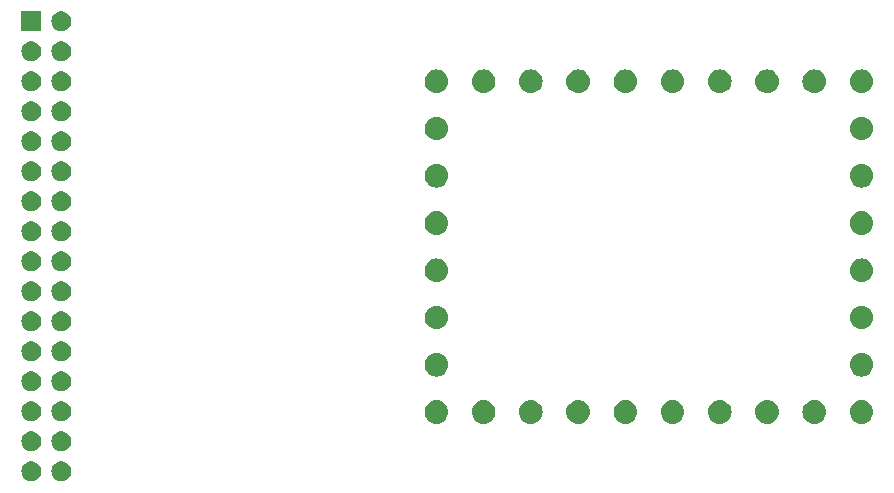
<source format=gbr>
%TF.GenerationSoftware,KiCad,Pcbnew,7.0.6*%
%TF.CreationDate,2023-08-02T14:23:40+01:00*%
%TF.ProjectId,Outline3,4f75746c-696e-4653-932e-6b696361645f,rev?*%
%TF.SameCoordinates,Original*%
%TF.FileFunction,Soldermask,Top*%
%TF.FilePolarity,Negative*%
%FSLAX46Y46*%
G04 Gerber Fmt 4.6, Leading zero omitted, Abs format (unit mm)*
G04 Created by KiCad (PCBNEW 7.0.6) date 2023-08-02 14:23:40*
%MOMM*%
%LPD*%
G01*
G04 APERTURE LIST*
G04 APERTURE END LIST*
G36*
X162187664Y-56216602D02*
G01*
X162350000Y-56288878D01*
X162493761Y-56393327D01*
X162612664Y-56525383D01*
X162701514Y-56679274D01*
X162756425Y-56848275D01*
X162775000Y-57025000D01*
X162756425Y-57201725D01*
X162701514Y-57370726D01*
X162612664Y-57524617D01*
X162493761Y-57656673D01*
X162350000Y-57761122D01*
X162187664Y-57833398D01*
X162013849Y-57870344D01*
X161836151Y-57870344D01*
X161662336Y-57833398D01*
X161500000Y-57761122D01*
X161356239Y-57656673D01*
X161237336Y-57524617D01*
X161148486Y-57370726D01*
X161093575Y-57201725D01*
X161075000Y-57025000D01*
X161093575Y-56848275D01*
X161148486Y-56679274D01*
X161237336Y-56525383D01*
X161356239Y-56393327D01*
X161500000Y-56288878D01*
X161662336Y-56216602D01*
X161836151Y-56179656D01*
X162013849Y-56179656D01*
X162187664Y-56216602D01*
G37*
G36*
X164727664Y-56216602D02*
G01*
X164890000Y-56288878D01*
X165033761Y-56393327D01*
X165152664Y-56525383D01*
X165241514Y-56679274D01*
X165296425Y-56848275D01*
X165315000Y-57025000D01*
X165296425Y-57201725D01*
X165241514Y-57370726D01*
X165152664Y-57524617D01*
X165033761Y-57656673D01*
X164890000Y-57761122D01*
X164727664Y-57833398D01*
X164553849Y-57870344D01*
X164376151Y-57870344D01*
X164202336Y-57833398D01*
X164040000Y-57761122D01*
X163896239Y-57656673D01*
X163777336Y-57524617D01*
X163688486Y-57370726D01*
X163633575Y-57201725D01*
X163615000Y-57025000D01*
X163633575Y-56848275D01*
X163688486Y-56679274D01*
X163777336Y-56525383D01*
X163896239Y-56393327D01*
X164040000Y-56288878D01*
X164202336Y-56216602D01*
X164376151Y-56179656D01*
X164553849Y-56179656D01*
X164727664Y-56216602D01*
G37*
G36*
X162187664Y-53676602D02*
G01*
X162350000Y-53748878D01*
X162493761Y-53853327D01*
X162612664Y-53985383D01*
X162701514Y-54139274D01*
X162756425Y-54308275D01*
X162775000Y-54485000D01*
X162756425Y-54661725D01*
X162701514Y-54830726D01*
X162612664Y-54984617D01*
X162493761Y-55116673D01*
X162350000Y-55221122D01*
X162187664Y-55293398D01*
X162013849Y-55330344D01*
X161836151Y-55330344D01*
X161662336Y-55293398D01*
X161500000Y-55221122D01*
X161356239Y-55116673D01*
X161237336Y-54984617D01*
X161148486Y-54830726D01*
X161093575Y-54661725D01*
X161075000Y-54485000D01*
X161093575Y-54308275D01*
X161148486Y-54139274D01*
X161237336Y-53985383D01*
X161356239Y-53853327D01*
X161500000Y-53748878D01*
X161662336Y-53676602D01*
X161836151Y-53639656D01*
X162013849Y-53639656D01*
X162187664Y-53676602D01*
G37*
G36*
X164727664Y-53676602D02*
G01*
X164890000Y-53748878D01*
X165033761Y-53853327D01*
X165152664Y-53985383D01*
X165241514Y-54139274D01*
X165296425Y-54308275D01*
X165315000Y-54485000D01*
X165296425Y-54661725D01*
X165241514Y-54830726D01*
X165152664Y-54984617D01*
X165033761Y-55116673D01*
X164890000Y-55221122D01*
X164727664Y-55293398D01*
X164553849Y-55330344D01*
X164376151Y-55330344D01*
X164202336Y-55293398D01*
X164040000Y-55221122D01*
X163896239Y-55116673D01*
X163777336Y-54984617D01*
X163688486Y-54830726D01*
X163633575Y-54661725D01*
X163615000Y-54485000D01*
X163633575Y-54308275D01*
X163688486Y-54139274D01*
X163777336Y-53985383D01*
X163896239Y-53853327D01*
X164040000Y-53748878D01*
X164202336Y-53676602D01*
X164376151Y-53639656D01*
X164553849Y-53639656D01*
X164727664Y-53676602D01*
G37*
G36*
X196410090Y-51024215D02*
G01*
X196597683Y-51081120D01*
X196770570Y-51173530D01*
X196922107Y-51297893D01*
X197046470Y-51449430D01*
X197138880Y-51622317D01*
X197195785Y-51809910D01*
X197215000Y-52005000D01*
X197195785Y-52200090D01*
X197138880Y-52387683D01*
X197046470Y-52560570D01*
X196922107Y-52712107D01*
X196770570Y-52836470D01*
X196597683Y-52928880D01*
X196410090Y-52985785D01*
X196215000Y-53005000D01*
X196019910Y-52985785D01*
X195832317Y-52928880D01*
X195659430Y-52836470D01*
X195507893Y-52712107D01*
X195383530Y-52560570D01*
X195291120Y-52387683D01*
X195234215Y-52200090D01*
X195215000Y-52005000D01*
X195234215Y-51809910D01*
X195291120Y-51622317D01*
X195383530Y-51449430D01*
X195507893Y-51297893D01*
X195659430Y-51173530D01*
X195832317Y-51081120D01*
X196019910Y-51024215D01*
X196215000Y-51005000D01*
X196410090Y-51024215D01*
G37*
G36*
X200410090Y-51024215D02*
G01*
X200597683Y-51081120D01*
X200770570Y-51173530D01*
X200922107Y-51297893D01*
X201046470Y-51449430D01*
X201138880Y-51622317D01*
X201195785Y-51809910D01*
X201215000Y-52005000D01*
X201195785Y-52200090D01*
X201138880Y-52387683D01*
X201046470Y-52560570D01*
X200922107Y-52712107D01*
X200770570Y-52836470D01*
X200597683Y-52928880D01*
X200410090Y-52985785D01*
X200215000Y-53005000D01*
X200019910Y-52985785D01*
X199832317Y-52928880D01*
X199659430Y-52836470D01*
X199507893Y-52712107D01*
X199383530Y-52560570D01*
X199291120Y-52387683D01*
X199234215Y-52200090D01*
X199215000Y-52005000D01*
X199234215Y-51809910D01*
X199291120Y-51622317D01*
X199383530Y-51449430D01*
X199507893Y-51297893D01*
X199659430Y-51173530D01*
X199832317Y-51081120D01*
X200019910Y-51024215D01*
X200215000Y-51005000D01*
X200410090Y-51024215D01*
G37*
G36*
X204410090Y-51024215D02*
G01*
X204597683Y-51081120D01*
X204770570Y-51173530D01*
X204922107Y-51297893D01*
X205046470Y-51449430D01*
X205138880Y-51622317D01*
X205195785Y-51809910D01*
X205215000Y-52005000D01*
X205195785Y-52200090D01*
X205138880Y-52387683D01*
X205046470Y-52560570D01*
X204922107Y-52712107D01*
X204770570Y-52836470D01*
X204597683Y-52928880D01*
X204410090Y-52985785D01*
X204215000Y-53005000D01*
X204019910Y-52985785D01*
X203832317Y-52928880D01*
X203659430Y-52836470D01*
X203507893Y-52712107D01*
X203383530Y-52560570D01*
X203291120Y-52387683D01*
X203234215Y-52200090D01*
X203215000Y-52005000D01*
X203234215Y-51809910D01*
X203291120Y-51622317D01*
X203383530Y-51449430D01*
X203507893Y-51297893D01*
X203659430Y-51173530D01*
X203832317Y-51081120D01*
X204019910Y-51024215D01*
X204215000Y-51005000D01*
X204410090Y-51024215D01*
G37*
G36*
X208410090Y-51024215D02*
G01*
X208597683Y-51081120D01*
X208770570Y-51173530D01*
X208922107Y-51297893D01*
X209046470Y-51449430D01*
X209138880Y-51622317D01*
X209195785Y-51809910D01*
X209215000Y-52005000D01*
X209195785Y-52200090D01*
X209138880Y-52387683D01*
X209046470Y-52560570D01*
X208922107Y-52712107D01*
X208770570Y-52836470D01*
X208597683Y-52928880D01*
X208410090Y-52985785D01*
X208215000Y-53005000D01*
X208019910Y-52985785D01*
X207832317Y-52928880D01*
X207659430Y-52836470D01*
X207507893Y-52712107D01*
X207383530Y-52560570D01*
X207291120Y-52387683D01*
X207234215Y-52200090D01*
X207215000Y-52005000D01*
X207234215Y-51809910D01*
X207291120Y-51622317D01*
X207383530Y-51449430D01*
X207507893Y-51297893D01*
X207659430Y-51173530D01*
X207832317Y-51081120D01*
X208019910Y-51024215D01*
X208215000Y-51005000D01*
X208410090Y-51024215D01*
G37*
G36*
X212410090Y-51024215D02*
G01*
X212597683Y-51081120D01*
X212770570Y-51173530D01*
X212922107Y-51297893D01*
X213046470Y-51449430D01*
X213138880Y-51622317D01*
X213195785Y-51809910D01*
X213215000Y-52005000D01*
X213195785Y-52200090D01*
X213138880Y-52387683D01*
X213046470Y-52560570D01*
X212922107Y-52712107D01*
X212770570Y-52836470D01*
X212597683Y-52928880D01*
X212410090Y-52985785D01*
X212215000Y-53005000D01*
X212019910Y-52985785D01*
X211832317Y-52928880D01*
X211659430Y-52836470D01*
X211507893Y-52712107D01*
X211383530Y-52560570D01*
X211291120Y-52387683D01*
X211234215Y-52200090D01*
X211215000Y-52005000D01*
X211234215Y-51809910D01*
X211291120Y-51622317D01*
X211383530Y-51449430D01*
X211507893Y-51297893D01*
X211659430Y-51173530D01*
X211832317Y-51081120D01*
X212019910Y-51024215D01*
X212215000Y-51005000D01*
X212410090Y-51024215D01*
G37*
G36*
X216410090Y-51024215D02*
G01*
X216597683Y-51081120D01*
X216770570Y-51173530D01*
X216922107Y-51297893D01*
X217046470Y-51449430D01*
X217138880Y-51622317D01*
X217195785Y-51809910D01*
X217215000Y-52005000D01*
X217195785Y-52200090D01*
X217138880Y-52387683D01*
X217046470Y-52560570D01*
X216922107Y-52712107D01*
X216770570Y-52836470D01*
X216597683Y-52928880D01*
X216410090Y-52985785D01*
X216215000Y-53005000D01*
X216019910Y-52985785D01*
X215832317Y-52928880D01*
X215659430Y-52836470D01*
X215507893Y-52712107D01*
X215383530Y-52560570D01*
X215291120Y-52387683D01*
X215234215Y-52200090D01*
X215215000Y-52005000D01*
X215234215Y-51809910D01*
X215291120Y-51622317D01*
X215383530Y-51449430D01*
X215507893Y-51297893D01*
X215659430Y-51173530D01*
X215832317Y-51081120D01*
X216019910Y-51024215D01*
X216215000Y-51005000D01*
X216410090Y-51024215D01*
G37*
G36*
X220410090Y-51024215D02*
G01*
X220597683Y-51081120D01*
X220770570Y-51173530D01*
X220922107Y-51297893D01*
X221046470Y-51449430D01*
X221138880Y-51622317D01*
X221195785Y-51809910D01*
X221215000Y-52005000D01*
X221195785Y-52200090D01*
X221138880Y-52387683D01*
X221046470Y-52560570D01*
X220922107Y-52712107D01*
X220770570Y-52836470D01*
X220597683Y-52928880D01*
X220410090Y-52985785D01*
X220215000Y-53005000D01*
X220019910Y-52985785D01*
X219832317Y-52928880D01*
X219659430Y-52836470D01*
X219507893Y-52712107D01*
X219383530Y-52560570D01*
X219291120Y-52387683D01*
X219234215Y-52200090D01*
X219215000Y-52005000D01*
X219234215Y-51809910D01*
X219291120Y-51622317D01*
X219383530Y-51449430D01*
X219507893Y-51297893D01*
X219659430Y-51173530D01*
X219832317Y-51081120D01*
X220019910Y-51024215D01*
X220215000Y-51005000D01*
X220410090Y-51024215D01*
G37*
G36*
X224410090Y-51024215D02*
G01*
X224597683Y-51081120D01*
X224770570Y-51173530D01*
X224922107Y-51297893D01*
X225046470Y-51449430D01*
X225138880Y-51622317D01*
X225195785Y-51809910D01*
X225215000Y-52005000D01*
X225195785Y-52200090D01*
X225138880Y-52387683D01*
X225046470Y-52560570D01*
X224922107Y-52712107D01*
X224770570Y-52836470D01*
X224597683Y-52928880D01*
X224410090Y-52985785D01*
X224215000Y-53005000D01*
X224019910Y-52985785D01*
X223832317Y-52928880D01*
X223659430Y-52836470D01*
X223507893Y-52712107D01*
X223383530Y-52560570D01*
X223291120Y-52387683D01*
X223234215Y-52200090D01*
X223215000Y-52005000D01*
X223234215Y-51809910D01*
X223291120Y-51622317D01*
X223383530Y-51449430D01*
X223507893Y-51297893D01*
X223659430Y-51173530D01*
X223832317Y-51081120D01*
X224019910Y-51024215D01*
X224215000Y-51005000D01*
X224410090Y-51024215D01*
G37*
G36*
X228410090Y-51024215D02*
G01*
X228597683Y-51081120D01*
X228770570Y-51173530D01*
X228922107Y-51297893D01*
X229046470Y-51449430D01*
X229138880Y-51622317D01*
X229195785Y-51809910D01*
X229215000Y-52005000D01*
X229195785Y-52200090D01*
X229138880Y-52387683D01*
X229046470Y-52560570D01*
X228922107Y-52712107D01*
X228770570Y-52836470D01*
X228597683Y-52928880D01*
X228410090Y-52985785D01*
X228215000Y-53005000D01*
X228019910Y-52985785D01*
X227832317Y-52928880D01*
X227659430Y-52836470D01*
X227507893Y-52712107D01*
X227383530Y-52560570D01*
X227291120Y-52387683D01*
X227234215Y-52200090D01*
X227215000Y-52005000D01*
X227234215Y-51809910D01*
X227291120Y-51622317D01*
X227383530Y-51449430D01*
X227507893Y-51297893D01*
X227659430Y-51173530D01*
X227832317Y-51081120D01*
X228019910Y-51024215D01*
X228215000Y-51005000D01*
X228410090Y-51024215D01*
G37*
G36*
X232410090Y-51024215D02*
G01*
X232597683Y-51081120D01*
X232770570Y-51173530D01*
X232922107Y-51297893D01*
X233046470Y-51449430D01*
X233138880Y-51622317D01*
X233195785Y-51809910D01*
X233215000Y-52005000D01*
X233195785Y-52200090D01*
X233138880Y-52387683D01*
X233046470Y-52560570D01*
X232922107Y-52712107D01*
X232770570Y-52836470D01*
X232597683Y-52928880D01*
X232410090Y-52985785D01*
X232215000Y-53005000D01*
X232019910Y-52985785D01*
X231832317Y-52928880D01*
X231659430Y-52836470D01*
X231507893Y-52712107D01*
X231383530Y-52560570D01*
X231291120Y-52387683D01*
X231234215Y-52200090D01*
X231215000Y-52005000D01*
X231234215Y-51809910D01*
X231291120Y-51622317D01*
X231383530Y-51449430D01*
X231507893Y-51297893D01*
X231659430Y-51173530D01*
X231832317Y-51081120D01*
X232019910Y-51024215D01*
X232215000Y-51005000D01*
X232410090Y-51024215D01*
G37*
G36*
X162187664Y-51136602D02*
G01*
X162350000Y-51208878D01*
X162493761Y-51313327D01*
X162612664Y-51445383D01*
X162701514Y-51599274D01*
X162756425Y-51768275D01*
X162775000Y-51945000D01*
X162756425Y-52121725D01*
X162701514Y-52290726D01*
X162612664Y-52444617D01*
X162493761Y-52576673D01*
X162350000Y-52681122D01*
X162187664Y-52753398D01*
X162013849Y-52790344D01*
X161836151Y-52790344D01*
X161662336Y-52753398D01*
X161500000Y-52681122D01*
X161356239Y-52576673D01*
X161237336Y-52444617D01*
X161148486Y-52290726D01*
X161093575Y-52121725D01*
X161075000Y-51945000D01*
X161093575Y-51768275D01*
X161148486Y-51599274D01*
X161237336Y-51445383D01*
X161356239Y-51313327D01*
X161500000Y-51208878D01*
X161662336Y-51136602D01*
X161836151Y-51099656D01*
X162013849Y-51099656D01*
X162187664Y-51136602D01*
G37*
G36*
X164727664Y-51136602D02*
G01*
X164890000Y-51208878D01*
X165033761Y-51313327D01*
X165152664Y-51445383D01*
X165241514Y-51599274D01*
X165296425Y-51768275D01*
X165315000Y-51945000D01*
X165296425Y-52121725D01*
X165241514Y-52290726D01*
X165152664Y-52444617D01*
X165033761Y-52576673D01*
X164890000Y-52681122D01*
X164727664Y-52753398D01*
X164553849Y-52790344D01*
X164376151Y-52790344D01*
X164202336Y-52753398D01*
X164040000Y-52681122D01*
X163896239Y-52576673D01*
X163777336Y-52444617D01*
X163688486Y-52290726D01*
X163633575Y-52121725D01*
X163615000Y-51945000D01*
X163633575Y-51768275D01*
X163688486Y-51599274D01*
X163777336Y-51445383D01*
X163896239Y-51313327D01*
X164040000Y-51208878D01*
X164202336Y-51136602D01*
X164376151Y-51099656D01*
X164553849Y-51099656D01*
X164727664Y-51136602D01*
G37*
G36*
X162187664Y-48596602D02*
G01*
X162350000Y-48668878D01*
X162493761Y-48773327D01*
X162612664Y-48905383D01*
X162701514Y-49059274D01*
X162756425Y-49228275D01*
X162775000Y-49405000D01*
X162756425Y-49581725D01*
X162701514Y-49750726D01*
X162612664Y-49904617D01*
X162493761Y-50036673D01*
X162350000Y-50141122D01*
X162187664Y-50213398D01*
X162013849Y-50250344D01*
X161836151Y-50250344D01*
X161662336Y-50213398D01*
X161500000Y-50141122D01*
X161356239Y-50036673D01*
X161237336Y-49904617D01*
X161148486Y-49750726D01*
X161093575Y-49581725D01*
X161075000Y-49405000D01*
X161093575Y-49228275D01*
X161148486Y-49059274D01*
X161237336Y-48905383D01*
X161356239Y-48773327D01*
X161500000Y-48668878D01*
X161662336Y-48596602D01*
X161836151Y-48559656D01*
X162013849Y-48559656D01*
X162187664Y-48596602D01*
G37*
G36*
X164727664Y-48596602D02*
G01*
X164890000Y-48668878D01*
X165033761Y-48773327D01*
X165152664Y-48905383D01*
X165241514Y-49059274D01*
X165296425Y-49228275D01*
X165315000Y-49405000D01*
X165296425Y-49581725D01*
X165241514Y-49750726D01*
X165152664Y-49904617D01*
X165033761Y-50036673D01*
X164890000Y-50141122D01*
X164727664Y-50213398D01*
X164553849Y-50250344D01*
X164376151Y-50250344D01*
X164202336Y-50213398D01*
X164040000Y-50141122D01*
X163896239Y-50036673D01*
X163777336Y-49904617D01*
X163688486Y-49750726D01*
X163633575Y-49581725D01*
X163615000Y-49405000D01*
X163633575Y-49228275D01*
X163688486Y-49059274D01*
X163777336Y-48905383D01*
X163896239Y-48773327D01*
X164040000Y-48668878D01*
X164202336Y-48596602D01*
X164376151Y-48559656D01*
X164553849Y-48559656D01*
X164727664Y-48596602D01*
G37*
G36*
X196410090Y-47024215D02*
G01*
X196597683Y-47081120D01*
X196770570Y-47173530D01*
X196922107Y-47297893D01*
X197046470Y-47449430D01*
X197138880Y-47622317D01*
X197195785Y-47809910D01*
X197215000Y-48005000D01*
X197195785Y-48200090D01*
X197138880Y-48387683D01*
X197046470Y-48560570D01*
X196922107Y-48712107D01*
X196770570Y-48836470D01*
X196597683Y-48928880D01*
X196410090Y-48985785D01*
X196215000Y-49005000D01*
X196019910Y-48985785D01*
X195832317Y-48928880D01*
X195659430Y-48836470D01*
X195507893Y-48712107D01*
X195383530Y-48560570D01*
X195291120Y-48387683D01*
X195234215Y-48200090D01*
X195215000Y-48005000D01*
X195234215Y-47809910D01*
X195291120Y-47622317D01*
X195383530Y-47449430D01*
X195507893Y-47297893D01*
X195659430Y-47173530D01*
X195832317Y-47081120D01*
X196019910Y-47024215D01*
X196215000Y-47005000D01*
X196410090Y-47024215D01*
G37*
G36*
X232410090Y-47024215D02*
G01*
X232597683Y-47081120D01*
X232770570Y-47173530D01*
X232922107Y-47297893D01*
X233046470Y-47449430D01*
X233138880Y-47622317D01*
X233195785Y-47809910D01*
X233215000Y-48005000D01*
X233195785Y-48200090D01*
X233138880Y-48387683D01*
X233046470Y-48560570D01*
X232922107Y-48712107D01*
X232770570Y-48836470D01*
X232597683Y-48928880D01*
X232410090Y-48985785D01*
X232215000Y-49005000D01*
X232019910Y-48985785D01*
X231832317Y-48928880D01*
X231659430Y-48836470D01*
X231507893Y-48712107D01*
X231383530Y-48560570D01*
X231291120Y-48387683D01*
X231234215Y-48200090D01*
X231215000Y-48005000D01*
X231234215Y-47809910D01*
X231291120Y-47622317D01*
X231383530Y-47449430D01*
X231507893Y-47297893D01*
X231659430Y-47173530D01*
X231832317Y-47081120D01*
X232019910Y-47024215D01*
X232215000Y-47005000D01*
X232410090Y-47024215D01*
G37*
G36*
X162187664Y-46056602D02*
G01*
X162350000Y-46128878D01*
X162493761Y-46233327D01*
X162612664Y-46365383D01*
X162701514Y-46519274D01*
X162756425Y-46688275D01*
X162775000Y-46865000D01*
X162756425Y-47041725D01*
X162701514Y-47210726D01*
X162612664Y-47364617D01*
X162493761Y-47496673D01*
X162350000Y-47601122D01*
X162187664Y-47673398D01*
X162013849Y-47710344D01*
X161836151Y-47710344D01*
X161662336Y-47673398D01*
X161500000Y-47601122D01*
X161356239Y-47496673D01*
X161237336Y-47364617D01*
X161148486Y-47210726D01*
X161093575Y-47041725D01*
X161075000Y-46865000D01*
X161093575Y-46688275D01*
X161148486Y-46519274D01*
X161237336Y-46365383D01*
X161356239Y-46233327D01*
X161500000Y-46128878D01*
X161662336Y-46056602D01*
X161836151Y-46019656D01*
X162013849Y-46019656D01*
X162187664Y-46056602D01*
G37*
G36*
X164727664Y-46056602D02*
G01*
X164890000Y-46128878D01*
X165033761Y-46233327D01*
X165152664Y-46365383D01*
X165241514Y-46519274D01*
X165296425Y-46688275D01*
X165315000Y-46865000D01*
X165296425Y-47041725D01*
X165241514Y-47210726D01*
X165152664Y-47364617D01*
X165033761Y-47496673D01*
X164890000Y-47601122D01*
X164727664Y-47673398D01*
X164553849Y-47710344D01*
X164376151Y-47710344D01*
X164202336Y-47673398D01*
X164040000Y-47601122D01*
X163896239Y-47496673D01*
X163777336Y-47364617D01*
X163688486Y-47210726D01*
X163633575Y-47041725D01*
X163615000Y-46865000D01*
X163633575Y-46688275D01*
X163688486Y-46519274D01*
X163777336Y-46365383D01*
X163896239Y-46233327D01*
X164040000Y-46128878D01*
X164202336Y-46056602D01*
X164376151Y-46019656D01*
X164553849Y-46019656D01*
X164727664Y-46056602D01*
G37*
G36*
X162187664Y-43516602D02*
G01*
X162350000Y-43588878D01*
X162493761Y-43693327D01*
X162612664Y-43825383D01*
X162701514Y-43979274D01*
X162756425Y-44148275D01*
X162775000Y-44325000D01*
X162756425Y-44501725D01*
X162701514Y-44670726D01*
X162612664Y-44824617D01*
X162493761Y-44956673D01*
X162350000Y-45061122D01*
X162187664Y-45133398D01*
X162013849Y-45170344D01*
X161836151Y-45170344D01*
X161662336Y-45133398D01*
X161500000Y-45061122D01*
X161356239Y-44956673D01*
X161237336Y-44824617D01*
X161148486Y-44670726D01*
X161093575Y-44501725D01*
X161075000Y-44325000D01*
X161093575Y-44148275D01*
X161148486Y-43979274D01*
X161237336Y-43825383D01*
X161356239Y-43693327D01*
X161500000Y-43588878D01*
X161662336Y-43516602D01*
X161836151Y-43479656D01*
X162013849Y-43479656D01*
X162187664Y-43516602D01*
G37*
G36*
X164727664Y-43516602D02*
G01*
X164890000Y-43588878D01*
X165033761Y-43693327D01*
X165152664Y-43825383D01*
X165241514Y-43979274D01*
X165296425Y-44148275D01*
X165315000Y-44325000D01*
X165296425Y-44501725D01*
X165241514Y-44670726D01*
X165152664Y-44824617D01*
X165033761Y-44956673D01*
X164890000Y-45061122D01*
X164727664Y-45133398D01*
X164553849Y-45170344D01*
X164376151Y-45170344D01*
X164202336Y-45133398D01*
X164040000Y-45061122D01*
X163896239Y-44956673D01*
X163777336Y-44824617D01*
X163688486Y-44670726D01*
X163633575Y-44501725D01*
X163615000Y-44325000D01*
X163633575Y-44148275D01*
X163688486Y-43979274D01*
X163777336Y-43825383D01*
X163896239Y-43693327D01*
X164040000Y-43588878D01*
X164202336Y-43516602D01*
X164376151Y-43479656D01*
X164553849Y-43479656D01*
X164727664Y-43516602D01*
G37*
G36*
X196410090Y-43024215D02*
G01*
X196597683Y-43081120D01*
X196770570Y-43173530D01*
X196922107Y-43297893D01*
X197046470Y-43449430D01*
X197138880Y-43622317D01*
X197195785Y-43809910D01*
X197215000Y-44005000D01*
X197195785Y-44200090D01*
X197138880Y-44387683D01*
X197046470Y-44560570D01*
X196922107Y-44712107D01*
X196770570Y-44836470D01*
X196597683Y-44928880D01*
X196410090Y-44985785D01*
X196215000Y-45005000D01*
X196019910Y-44985785D01*
X195832317Y-44928880D01*
X195659430Y-44836470D01*
X195507893Y-44712107D01*
X195383530Y-44560570D01*
X195291120Y-44387683D01*
X195234215Y-44200090D01*
X195215000Y-44005000D01*
X195234215Y-43809910D01*
X195291120Y-43622317D01*
X195383530Y-43449430D01*
X195507893Y-43297893D01*
X195659430Y-43173530D01*
X195832317Y-43081120D01*
X196019910Y-43024215D01*
X196215000Y-43005000D01*
X196410090Y-43024215D01*
G37*
G36*
X232410090Y-43024215D02*
G01*
X232597683Y-43081120D01*
X232770570Y-43173530D01*
X232922107Y-43297893D01*
X233046470Y-43449430D01*
X233138880Y-43622317D01*
X233195785Y-43809910D01*
X233215000Y-44005000D01*
X233195785Y-44200090D01*
X233138880Y-44387683D01*
X233046470Y-44560570D01*
X232922107Y-44712107D01*
X232770570Y-44836470D01*
X232597683Y-44928880D01*
X232410090Y-44985785D01*
X232215000Y-45005000D01*
X232019910Y-44985785D01*
X231832317Y-44928880D01*
X231659430Y-44836470D01*
X231507893Y-44712107D01*
X231383530Y-44560570D01*
X231291120Y-44387683D01*
X231234215Y-44200090D01*
X231215000Y-44005000D01*
X231234215Y-43809910D01*
X231291120Y-43622317D01*
X231383530Y-43449430D01*
X231507893Y-43297893D01*
X231659430Y-43173530D01*
X231832317Y-43081120D01*
X232019910Y-43024215D01*
X232215000Y-43005000D01*
X232410090Y-43024215D01*
G37*
G36*
X162187664Y-40976602D02*
G01*
X162350000Y-41048878D01*
X162493761Y-41153327D01*
X162612664Y-41285383D01*
X162701514Y-41439274D01*
X162756425Y-41608275D01*
X162775000Y-41785000D01*
X162756425Y-41961725D01*
X162701514Y-42130726D01*
X162612664Y-42284617D01*
X162493761Y-42416673D01*
X162350000Y-42521122D01*
X162187664Y-42593398D01*
X162013849Y-42630344D01*
X161836151Y-42630344D01*
X161662336Y-42593398D01*
X161500000Y-42521122D01*
X161356239Y-42416673D01*
X161237336Y-42284617D01*
X161148486Y-42130726D01*
X161093575Y-41961725D01*
X161075000Y-41785000D01*
X161093575Y-41608275D01*
X161148486Y-41439274D01*
X161237336Y-41285383D01*
X161356239Y-41153327D01*
X161500000Y-41048878D01*
X161662336Y-40976602D01*
X161836151Y-40939656D01*
X162013849Y-40939656D01*
X162187664Y-40976602D01*
G37*
G36*
X164727664Y-40976602D02*
G01*
X164890000Y-41048878D01*
X165033761Y-41153327D01*
X165152664Y-41285383D01*
X165241514Y-41439274D01*
X165296425Y-41608275D01*
X165315000Y-41785000D01*
X165296425Y-41961725D01*
X165241514Y-42130726D01*
X165152664Y-42284617D01*
X165033761Y-42416673D01*
X164890000Y-42521122D01*
X164727664Y-42593398D01*
X164553849Y-42630344D01*
X164376151Y-42630344D01*
X164202336Y-42593398D01*
X164040000Y-42521122D01*
X163896239Y-42416673D01*
X163777336Y-42284617D01*
X163688486Y-42130726D01*
X163633575Y-41961725D01*
X163615000Y-41785000D01*
X163633575Y-41608275D01*
X163688486Y-41439274D01*
X163777336Y-41285383D01*
X163896239Y-41153327D01*
X164040000Y-41048878D01*
X164202336Y-40976602D01*
X164376151Y-40939656D01*
X164553849Y-40939656D01*
X164727664Y-40976602D01*
G37*
G36*
X196410090Y-39024215D02*
G01*
X196597683Y-39081120D01*
X196770570Y-39173530D01*
X196922107Y-39297893D01*
X197046470Y-39449430D01*
X197138880Y-39622317D01*
X197195785Y-39809910D01*
X197215000Y-40005000D01*
X197195785Y-40200090D01*
X197138880Y-40387683D01*
X197046470Y-40560570D01*
X196922107Y-40712107D01*
X196770570Y-40836470D01*
X196597683Y-40928880D01*
X196410090Y-40985785D01*
X196215000Y-41005000D01*
X196019910Y-40985785D01*
X195832317Y-40928880D01*
X195659430Y-40836470D01*
X195507893Y-40712107D01*
X195383530Y-40560570D01*
X195291120Y-40387683D01*
X195234215Y-40200090D01*
X195215000Y-40005000D01*
X195234215Y-39809910D01*
X195291120Y-39622317D01*
X195383530Y-39449430D01*
X195507893Y-39297893D01*
X195659430Y-39173530D01*
X195832317Y-39081120D01*
X196019910Y-39024215D01*
X196215000Y-39005000D01*
X196410090Y-39024215D01*
G37*
G36*
X232410090Y-39024215D02*
G01*
X232597683Y-39081120D01*
X232770570Y-39173530D01*
X232922107Y-39297893D01*
X233046470Y-39449430D01*
X233138880Y-39622317D01*
X233195785Y-39809910D01*
X233215000Y-40005000D01*
X233195785Y-40200090D01*
X233138880Y-40387683D01*
X233046470Y-40560570D01*
X232922107Y-40712107D01*
X232770570Y-40836470D01*
X232597683Y-40928880D01*
X232410090Y-40985785D01*
X232215000Y-41005000D01*
X232019910Y-40985785D01*
X231832317Y-40928880D01*
X231659430Y-40836470D01*
X231507893Y-40712107D01*
X231383530Y-40560570D01*
X231291120Y-40387683D01*
X231234215Y-40200090D01*
X231215000Y-40005000D01*
X231234215Y-39809910D01*
X231291120Y-39622317D01*
X231383530Y-39449430D01*
X231507893Y-39297893D01*
X231659430Y-39173530D01*
X231832317Y-39081120D01*
X232019910Y-39024215D01*
X232215000Y-39005000D01*
X232410090Y-39024215D01*
G37*
G36*
X162187664Y-38436602D02*
G01*
X162350000Y-38508878D01*
X162493761Y-38613327D01*
X162612664Y-38745383D01*
X162701514Y-38899274D01*
X162756425Y-39068275D01*
X162775000Y-39245000D01*
X162756425Y-39421725D01*
X162701514Y-39590726D01*
X162612664Y-39744617D01*
X162493761Y-39876673D01*
X162350000Y-39981122D01*
X162187664Y-40053398D01*
X162013849Y-40090344D01*
X161836151Y-40090344D01*
X161662336Y-40053398D01*
X161500000Y-39981122D01*
X161356239Y-39876673D01*
X161237336Y-39744617D01*
X161148486Y-39590726D01*
X161093575Y-39421725D01*
X161075000Y-39245000D01*
X161093575Y-39068275D01*
X161148486Y-38899274D01*
X161237336Y-38745383D01*
X161356239Y-38613327D01*
X161500000Y-38508878D01*
X161662336Y-38436602D01*
X161836151Y-38399656D01*
X162013849Y-38399656D01*
X162187664Y-38436602D01*
G37*
G36*
X164727664Y-38436602D02*
G01*
X164890000Y-38508878D01*
X165033761Y-38613327D01*
X165152664Y-38745383D01*
X165241514Y-38899274D01*
X165296425Y-39068275D01*
X165315000Y-39245000D01*
X165296425Y-39421725D01*
X165241514Y-39590726D01*
X165152664Y-39744617D01*
X165033761Y-39876673D01*
X164890000Y-39981122D01*
X164727664Y-40053398D01*
X164553849Y-40090344D01*
X164376151Y-40090344D01*
X164202336Y-40053398D01*
X164040000Y-39981122D01*
X163896239Y-39876673D01*
X163777336Y-39744617D01*
X163688486Y-39590726D01*
X163633575Y-39421725D01*
X163615000Y-39245000D01*
X163633575Y-39068275D01*
X163688486Y-38899274D01*
X163777336Y-38745383D01*
X163896239Y-38613327D01*
X164040000Y-38508878D01*
X164202336Y-38436602D01*
X164376151Y-38399656D01*
X164553849Y-38399656D01*
X164727664Y-38436602D01*
G37*
G36*
X162187664Y-35896602D02*
G01*
X162350000Y-35968878D01*
X162493761Y-36073327D01*
X162612664Y-36205383D01*
X162701514Y-36359274D01*
X162756425Y-36528275D01*
X162775000Y-36705000D01*
X162756425Y-36881725D01*
X162701514Y-37050726D01*
X162612664Y-37204617D01*
X162493761Y-37336673D01*
X162350000Y-37441122D01*
X162187664Y-37513398D01*
X162013849Y-37550344D01*
X161836151Y-37550344D01*
X161662336Y-37513398D01*
X161500000Y-37441122D01*
X161356239Y-37336673D01*
X161237336Y-37204617D01*
X161148486Y-37050726D01*
X161093575Y-36881725D01*
X161075000Y-36705000D01*
X161093575Y-36528275D01*
X161148486Y-36359274D01*
X161237336Y-36205383D01*
X161356239Y-36073327D01*
X161500000Y-35968878D01*
X161662336Y-35896602D01*
X161836151Y-35859656D01*
X162013849Y-35859656D01*
X162187664Y-35896602D01*
G37*
G36*
X164727664Y-35896602D02*
G01*
X164890000Y-35968878D01*
X165033761Y-36073327D01*
X165152664Y-36205383D01*
X165241514Y-36359274D01*
X165296425Y-36528275D01*
X165315000Y-36705000D01*
X165296425Y-36881725D01*
X165241514Y-37050726D01*
X165152664Y-37204617D01*
X165033761Y-37336673D01*
X164890000Y-37441122D01*
X164727664Y-37513398D01*
X164553849Y-37550344D01*
X164376151Y-37550344D01*
X164202336Y-37513398D01*
X164040000Y-37441122D01*
X163896239Y-37336673D01*
X163777336Y-37204617D01*
X163688486Y-37050726D01*
X163633575Y-36881725D01*
X163615000Y-36705000D01*
X163633575Y-36528275D01*
X163688486Y-36359274D01*
X163777336Y-36205383D01*
X163896239Y-36073327D01*
X164040000Y-35968878D01*
X164202336Y-35896602D01*
X164376151Y-35859656D01*
X164553849Y-35859656D01*
X164727664Y-35896602D01*
G37*
G36*
X196410090Y-35024215D02*
G01*
X196597683Y-35081120D01*
X196770570Y-35173530D01*
X196922107Y-35297893D01*
X197046470Y-35449430D01*
X197138880Y-35622317D01*
X197195785Y-35809910D01*
X197215000Y-36005000D01*
X197195785Y-36200090D01*
X197138880Y-36387683D01*
X197046470Y-36560570D01*
X196922107Y-36712107D01*
X196770570Y-36836470D01*
X196597683Y-36928880D01*
X196410090Y-36985785D01*
X196215000Y-37005000D01*
X196019910Y-36985785D01*
X195832317Y-36928880D01*
X195659430Y-36836470D01*
X195507893Y-36712107D01*
X195383530Y-36560570D01*
X195291120Y-36387683D01*
X195234215Y-36200090D01*
X195215000Y-36005000D01*
X195234215Y-35809910D01*
X195291120Y-35622317D01*
X195383530Y-35449430D01*
X195507893Y-35297893D01*
X195659430Y-35173530D01*
X195832317Y-35081120D01*
X196019910Y-35024215D01*
X196215000Y-35005000D01*
X196410090Y-35024215D01*
G37*
G36*
X232410090Y-35024215D02*
G01*
X232597683Y-35081120D01*
X232770570Y-35173530D01*
X232922107Y-35297893D01*
X233046470Y-35449430D01*
X233138880Y-35622317D01*
X233195785Y-35809910D01*
X233215000Y-36005000D01*
X233195785Y-36200090D01*
X233138880Y-36387683D01*
X233046470Y-36560570D01*
X232922107Y-36712107D01*
X232770570Y-36836470D01*
X232597683Y-36928880D01*
X232410090Y-36985785D01*
X232215000Y-37005000D01*
X232019910Y-36985785D01*
X231832317Y-36928880D01*
X231659430Y-36836470D01*
X231507893Y-36712107D01*
X231383530Y-36560570D01*
X231291120Y-36387683D01*
X231234215Y-36200090D01*
X231215000Y-36005000D01*
X231234215Y-35809910D01*
X231291120Y-35622317D01*
X231383530Y-35449430D01*
X231507893Y-35297893D01*
X231659430Y-35173530D01*
X231832317Y-35081120D01*
X232019910Y-35024215D01*
X232215000Y-35005000D01*
X232410090Y-35024215D01*
G37*
G36*
X162187664Y-33356602D02*
G01*
X162350000Y-33428878D01*
X162493761Y-33533327D01*
X162612664Y-33665383D01*
X162701514Y-33819274D01*
X162756425Y-33988275D01*
X162775000Y-34165000D01*
X162756425Y-34341725D01*
X162701514Y-34510726D01*
X162612664Y-34664617D01*
X162493761Y-34796673D01*
X162350000Y-34901122D01*
X162187664Y-34973398D01*
X162013849Y-35010344D01*
X161836151Y-35010344D01*
X161662336Y-34973398D01*
X161500000Y-34901122D01*
X161356239Y-34796673D01*
X161237336Y-34664617D01*
X161148486Y-34510726D01*
X161093575Y-34341725D01*
X161075000Y-34165000D01*
X161093575Y-33988275D01*
X161148486Y-33819274D01*
X161237336Y-33665383D01*
X161356239Y-33533327D01*
X161500000Y-33428878D01*
X161662336Y-33356602D01*
X161836151Y-33319656D01*
X162013849Y-33319656D01*
X162187664Y-33356602D01*
G37*
G36*
X164727664Y-33356602D02*
G01*
X164890000Y-33428878D01*
X165033761Y-33533327D01*
X165152664Y-33665383D01*
X165241514Y-33819274D01*
X165296425Y-33988275D01*
X165315000Y-34165000D01*
X165296425Y-34341725D01*
X165241514Y-34510726D01*
X165152664Y-34664617D01*
X165033761Y-34796673D01*
X164890000Y-34901122D01*
X164727664Y-34973398D01*
X164553849Y-35010344D01*
X164376151Y-35010344D01*
X164202336Y-34973398D01*
X164040000Y-34901122D01*
X163896239Y-34796673D01*
X163777336Y-34664617D01*
X163688486Y-34510726D01*
X163633575Y-34341725D01*
X163615000Y-34165000D01*
X163633575Y-33988275D01*
X163688486Y-33819274D01*
X163777336Y-33665383D01*
X163896239Y-33533327D01*
X164040000Y-33428878D01*
X164202336Y-33356602D01*
X164376151Y-33319656D01*
X164553849Y-33319656D01*
X164727664Y-33356602D01*
G37*
G36*
X196410090Y-31024215D02*
G01*
X196597683Y-31081120D01*
X196770570Y-31173530D01*
X196922107Y-31297893D01*
X197046470Y-31449430D01*
X197138880Y-31622317D01*
X197195785Y-31809910D01*
X197215000Y-32005000D01*
X197195785Y-32200090D01*
X197138880Y-32387683D01*
X197046470Y-32560570D01*
X196922107Y-32712107D01*
X196770570Y-32836470D01*
X196597683Y-32928880D01*
X196410090Y-32985785D01*
X196215000Y-33005000D01*
X196019910Y-32985785D01*
X195832317Y-32928880D01*
X195659430Y-32836470D01*
X195507893Y-32712107D01*
X195383530Y-32560570D01*
X195291120Y-32387683D01*
X195234215Y-32200090D01*
X195215000Y-32005000D01*
X195234215Y-31809910D01*
X195291120Y-31622317D01*
X195383530Y-31449430D01*
X195507893Y-31297893D01*
X195659430Y-31173530D01*
X195832317Y-31081120D01*
X196019910Y-31024215D01*
X196215000Y-31005000D01*
X196410090Y-31024215D01*
G37*
G36*
X232410090Y-31024215D02*
G01*
X232597683Y-31081120D01*
X232770570Y-31173530D01*
X232922107Y-31297893D01*
X233046470Y-31449430D01*
X233138880Y-31622317D01*
X233195785Y-31809910D01*
X233215000Y-32005000D01*
X233195785Y-32200090D01*
X233138880Y-32387683D01*
X233046470Y-32560570D01*
X232922107Y-32712107D01*
X232770570Y-32836470D01*
X232597683Y-32928880D01*
X232410090Y-32985785D01*
X232215000Y-33005000D01*
X232019910Y-32985785D01*
X231832317Y-32928880D01*
X231659430Y-32836470D01*
X231507893Y-32712107D01*
X231383530Y-32560570D01*
X231291120Y-32387683D01*
X231234215Y-32200090D01*
X231215000Y-32005000D01*
X231234215Y-31809910D01*
X231291120Y-31622317D01*
X231383530Y-31449430D01*
X231507893Y-31297893D01*
X231659430Y-31173530D01*
X231832317Y-31081120D01*
X232019910Y-31024215D01*
X232215000Y-31005000D01*
X232410090Y-31024215D01*
G37*
G36*
X162187664Y-30816602D02*
G01*
X162350000Y-30888878D01*
X162493761Y-30993327D01*
X162612664Y-31125383D01*
X162701514Y-31279274D01*
X162756425Y-31448275D01*
X162775000Y-31625000D01*
X162756425Y-31801725D01*
X162701514Y-31970726D01*
X162612664Y-32124617D01*
X162493761Y-32256673D01*
X162350000Y-32361122D01*
X162187664Y-32433398D01*
X162013849Y-32470344D01*
X161836151Y-32470344D01*
X161662336Y-32433398D01*
X161500000Y-32361122D01*
X161356239Y-32256673D01*
X161237336Y-32124617D01*
X161148486Y-31970726D01*
X161093575Y-31801725D01*
X161075000Y-31625000D01*
X161093575Y-31448275D01*
X161148486Y-31279274D01*
X161237336Y-31125383D01*
X161356239Y-30993327D01*
X161500000Y-30888878D01*
X161662336Y-30816602D01*
X161836151Y-30779656D01*
X162013849Y-30779656D01*
X162187664Y-30816602D01*
G37*
G36*
X164727664Y-30816602D02*
G01*
X164890000Y-30888878D01*
X165033761Y-30993327D01*
X165152664Y-31125383D01*
X165241514Y-31279274D01*
X165296425Y-31448275D01*
X165315000Y-31625000D01*
X165296425Y-31801725D01*
X165241514Y-31970726D01*
X165152664Y-32124617D01*
X165033761Y-32256673D01*
X164890000Y-32361122D01*
X164727664Y-32433398D01*
X164553849Y-32470344D01*
X164376151Y-32470344D01*
X164202336Y-32433398D01*
X164040000Y-32361122D01*
X163896239Y-32256673D01*
X163777336Y-32124617D01*
X163688486Y-31970726D01*
X163633575Y-31801725D01*
X163615000Y-31625000D01*
X163633575Y-31448275D01*
X163688486Y-31279274D01*
X163777336Y-31125383D01*
X163896239Y-30993327D01*
X164040000Y-30888878D01*
X164202336Y-30816602D01*
X164376151Y-30779656D01*
X164553849Y-30779656D01*
X164727664Y-30816602D01*
G37*
G36*
X162187664Y-28276602D02*
G01*
X162350000Y-28348878D01*
X162493761Y-28453327D01*
X162612664Y-28585383D01*
X162701514Y-28739274D01*
X162756425Y-28908275D01*
X162775000Y-29085000D01*
X162756425Y-29261725D01*
X162701514Y-29430726D01*
X162612664Y-29584617D01*
X162493761Y-29716673D01*
X162350000Y-29821122D01*
X162187664Y-29893398D01*
X162013849Y-29930344D01*
X161836151Y-29930344D01*
X161662336Y-29893398D01*
X161500000Y-29821122D01*
X161356239Y-29716673D01*
X161237336Y-29584617D01*
X161148486Y-29430726D01*
X161093575Y-29261725D01*
X161075000Y-29085000D01*
X161093575Y-28908275D01*
X161148486Y-28739274D01*
X161237336Y-28585383D01*
X161356239Y-28453327D01*
X161500000Y-28348878D01*
X161662336Y-28276602D01*
X161836151Y-28239656D01*
X162013849Y-28239656D01*
X162187664Y-28276602D01*
G37*
G36*
X164727664Y-28276602D02*
G01*
X164890000Y-28348878D01*
X165033761Y-28453327D01*
X165152664Y-28585383D01*
X165241514Y-28739274D01*
X165296425Y-28908275D01*
X165315000Y-29085000D01*
X165296425Y-29261725D01*
X165241514Y-29430726D01*
X165152664Y-29584617D01*
X165033761Y-29716673D01*
X164890000Y-29821122D01*
X164727664Y-29893398D01*
X164553849Y-29930344D01*
X164376151Y-29930344D01*
X164202336Y-29893398D01*
X164040000Y-29821122D01*
X163896239Y-29716673D01*
X163777336Y-29584617D01*
X163688486Y-29430726D01*
X163633575Y-29261725D01*
X163615000Y-29085000D01*
X163633575Y-28908275D01*
X163688486Y-28739274D01*
X163777336Y-28585383D01*
X163896239Y-28453327D01*
X164040000Y-28348878D01*
X164202336Y-28276602D01*
X164376151Y-28239656D01*
X164553849Y-28239656D01*
X164727664Y-28276602D01*
G37*
G36*
X196410090Y-27024215D02*
G01*
X196597683Y-27081120D01*
X196770570Y-27173530D01*
X196922107Y-27297893D01*
X197046470Y-27449430D01*
X197138880Y-27622317D01*
X197195785Y-27809910D01*
X197215000Y-28005000D01*
X197195785Y-28200090D01*
X197138880Y-28387683D01*
X197046470Y-28560570D01*
X196922107Y-28712107D01*
X196770570Y-28836470D01*
X196597683Y-28928880D01*
X196410090Y-28985785D01*
X196215000Y-29005000D01*
X196019910Y-28985785D01*
X195832317Y-28928880D01*
X195659430Y-28836470D01*
X195507893Y-28712107D01*
X195383530Y-28560570D01*
X195291120Y-28387683D01*
X195234215Y-28200090D01*
X195215000Y-28005000D01*
X195234215Y-27809910D01*
X195291120Y-27622317D01*
X195383530Y-27449430D01*
X195507893Y-27297893D01*
X195659430Y-27173530D01*
X195832317Y-27081120D01*
X196019910Y-27024215D01*
X196215000Y-27005000D01*
X196410090Y-27024215D01*
G37*
G36*
X232410090Y-27024215D02*
G01*
X232597683Y-27081120D01*
X232770570Y-27173530D01*
X232922107Y-27297893D01*
X233046470Y-27449430D01*
X233138880Y-27622317D01*
X233195785Y-27809910D01*
X233215000Y-28005000D01*
X233195785Y-28200090D01*
X233138880Y-28387683D01*
X233046470Y-28560570D01*
X232922107Y-28712107D01*
X232770570Y-28836470D01*
X232597683Y-28928880D01*
X232410090Y-28985785D01*
X232215000Y-29005000D01*
X232019910Y-28985785D01*
X231832317Y-28928880D01*
X231659430Y-28836470D01*
X231507893Y-28712107D01*
X231383530Y-28560570D01*
X231291120Y-28387683D01*
X231234215Y-28200090D01*
X231215000Y-28005000D01*
X231234215Y-27809910D01*
X231291120Y-27622317D01*
X231383530Y-27449430D01*
X231507893Y-27297893D01*
X231659430Y-27173530D01*
X231832317Y-27081120D01*
X232019910Y-27024215D01*
X232215000Y-27005000D01*
X232410090Y-27024215D01*
G37*
G36*
X162187664Y-25736602D02*
G01*
X162350000Y-25808878D01*
X162493761Y-25913327D01*
X162612664Y-26045383D01*
X162701514Y-26199274D01*
X162756425Y-26368275D01*
X162775000Y-26545000D01*
X162756425Y-26721725D01*
X162701514Y-26890726D01*
X162612664Y-27044617D01*
X162493761Y-27176673D01*
X162350000Y-27281122D01*
X162187664Y-27353398D01*
X162013849Y-27390344D01*
X161836151Y-27390344D01*
X161662336Y-27353398D01*
X161500000Y-27281122D01*
X161356239Y-27176673D01*
X161237336Y-27044617D01*
X161148486Y-26890726D01*
X161093575Y-26721725D01*
X161075000Y-26545000D01*
X161093575Y-26368275D01*
X161148486Y-26199274D01*
X161237336Y-26045383D01*
X161356239Y-25913327D01*
X161500000Y-25808878D01*
X161662336Y-25736602D01*
X161836151Y-25699656D01*
X162013849Y-25699656D01*
X162187664Y-25736602D01*
G37*
G36*
X164727664Y-25736602D02*
G01*
X164890000Y-25808878D01*
X165033761Y-25913327D01*
X165152664Y-26045383D01*
X165241514Y-26199274D01*
X165296425Y-26368275D01*
X165315000Y-26545000D01*
X165296425Y-26721725D01*
X165241514Y-26890726D01*
X165152664Y-27044617D01*
X165033761Y-27176673D01*
X164890000Y-27281122D01*
X164727664Y-27353398D01*
X164553849Y-27390344D01*
X164376151Y-27390344D01*
X164202336Y-27353398D01*
X164040000Y-27281122D01*
X163896239Y-27176673D01*
X163777336Y-27044617D01*
X163688486Y-26890726D01*
X163633575Y-26721725D01*
X163615000Y-26545000D01*
X163633575Y-26368275D01*
X163688486Y-26199274D01*
X163777336Y-26045383D01*
X163896239Y-25913327D01*
X164040000Y-25808878D01*
X164202336Y-25736602D01*
X164376151Y-25699656D01*
X164553849Y-25699656D01*
X164727664Y-25736602D01*
G37*
G36*
X196410090Y-23024215D02*
G01*
X196597683Y-23081120D01*
X196770570Y-23173530D01*
X196922107Y-23297893D01*
X197046470Y-23449430D01*
X197138880Y-23622317D01*
X197195785Y-23809910D01*
X197215000Y-24005000D01*
X197195785Y-24200090D01*
X197138880Y-24387683D01*
X197046470Y-24560570D01*
X196922107Y-24712107D01*
X196770570Y-24836470D01*
X196597683Y-24928880D01*
X196410090Y-24985785D01*
X196215000Y-25005000D01*
X196019910Y-24985785D01*
X195832317Y-24928880D01*
X195659430Y-24836470D01*
X195507893Y-24712107D01*
X195383530Y-24560570D01*
X195291120Y-24387683D01*
X195234215Y-24200090D01*
X195215000Y-24005000D01*
X195234215Y-23809910D01*
X195291120Y-23622317D01*
X195383530Y-23449430D01*
X195507893Y-23297893D01*
X195659430Y-23173530D01*
X195832317Y-23081120D01*
X196019910Y-23024215D01*
X196215000Y-23005000D01*
X196410090Y-23024215D01*
G37*
G36*
X200410090Y-23024215D02*
G01*
X200597683Y-23081120D01*
X200770570Y-23173530D01*
X200922107Y-23297893D01*
X201046470Y-23449430D01*
X201138880Y-23622317D01*
X201195785Y-23809910D01*
X201215000Y-24005000D01*
X201195785Y-24200090D01*
X201138880Y-24387683D01*
X201046470Y-24560570D01*
X200922107Y-24712107D01*
X200770570Y-24836470D01*
X200597683Y-24928880D01*
X200410090Y-24985785D01*
X200215000Y-25005000D01*
X200019910Y-24985785D01*
X199832317Y-24928880D01*
X199659430Y-24836470D01*
X199507893Y-24712107D01*
X199383530Y-24560570D01*
X199291120Y-24387683D01*
X199234215Y-24200090D01*
X199215000Y-24005000D01*
X199234215Y-23809910D01*
X199291120Y-23622317D01*
X199383530Y-23449430D01*
X199507893Y-23297893D01*
X199659430Y-23173530D01*
X199832317Y-23081120D01*
X200019910Y-23024215D01*
X200215000Y-23005000D01*
X200410090Y-23024215D01*
G37*
G36*
X204410090Y-23024215D02*
G01*
X204597683Y-23081120D01*
X204770570Y-23173530D01*
X204922107Y-23297893D01*
X205046470Y-23449430D01*
X205138880Y-23622317D01*
X205195785Y-23809910D01*
X205215000Y-24005000D01*
X205195785Y-24200090D01*
X205138880Y-24387683D01*
X205046470Y-24560570D01*
X204922107Y-24712107D01*
X204770570Y-24836470D01*
X204597683Y-24928880D01*
X204410090Y-24985785D01*
X204215000Y-25005000D01*
X204019910Y-24985785D01*
X203832317Y-24928880D01*
X203659430Y-24836470D01*
X203507893Y-24712107D01*
X203383530Y-24560570D01*
X203291120Y-24387683D01*
X203234215Y-24200090D01*
X203215000Y-24005000D01*
X203234215Y-23809910D01*
X203291120Y-23622317D01*
X203383530Y-23449430D01*
X203507893Y-23297893D01*
X203659430Y-23173530D01*
X203832317Y-23081120D01*
X204019910Y-23024215D01*
X204215000Y-23005000D01*
X204410090Y-23024215D01*
G37*
G36*
X208410090Y-23024215D02*
G01*
X208597683Y-23081120D01*
X208770570Y-23173530D01*
X208922107Y-23297893D01*
X209046470Y-23449430D01*
X209138880Y-23622317D01*
X209195785Y-23809910D01*
X209215000Y-24005000D01*
X209195785Y-24200090D01*
X209138880Y-24387683D01*
X209046470Y-24560570D01*
X208922107Y-24712107D01*
X208770570Y-24836470D01*
X208597683Y-24928880D01*
X208410090Y-24985785D01*
X208215000Y-25005000D01*
X208019910Y-24985785D01*
X207832317Y-24928880D01*
X207659430Y-24836470D01*
X207507893Y-24712107D01*
X207383530Y-24560570D01*
X207291120Y-24387683D01*
X207234215Y-24200090D01*
X207215000Y-24005000D01*
X207234215Y-23809910D01*
X207291120Y-23622317D01*
X207383530Y-23449430D01*
X207507893Y-23297893D01*
X207659430Y-23173530D01*
X207832317Y-23081120D01*
X208019910Y-23024215D01*
X208215000Y-23005000D01*
X208410090Y-23024215D01*
G37*
G36*
X212410090Y-23024215D02*
G01*
X212597683Y-23081120D01*
X212770570Y-23173530D01*
X212922107Y-23297893D01*
X213046470Y-23449430D01*
X213138880Y-23622317D01*
X213195785Y-23809910D01*
X213215000Y-24005000D01*
X213195785Y-24200090D01*
X213138880Y-24387683D01*
X213046470Y-24560570D01*
X212922107Y-24712107D01*
X212770570Y-24836470D01*
X212597683Y-24928880D01*
X212410090Y-24985785D01*
X212215000Y-25005000D01*
X212019910Y-24985785D01*
X211832317Y-24928880D01*
X211659430Y-24836470D01*
X211507893Y-24712107D01*
X211383530Y-24560570D01*
X211291120Y-24387683D01*
X211234215Y-24200090D01*
X211215000Y-24005000D01*
X211234215Y-23809910D01*
X211291120Y-23622317D01*
X211383530Y-23449430D01*
X211507893Y-23297893D01*
X211659430Y-23173530D01*
X211832317Y-23081120D01*
X212019910Y-23024215D01*
X212215000Y-23005000D01*
X212410090Y-23024215D01*
G37*
G36*
X216410090Y-23024215D02*
G01*
X216597683Y-23081120D01*
X216770570Y-23173530D01*
X216922107Y-23297893D01*
X217046470Y-23449430D01*
X217138880Y-23622317D01*
X217195785Y-23809910D01*
X217215000Y-24005000D01*
X217195785Y-24200090D01*
X217138880Y-24387683D01*
X217046470Y-24560570D01*
X216922107Y-24712107D01*
X216770570Y-24836470D01*
X216597683Y-24928880D01*
X216410090Y-24985785D01*
X216215000Y-25005000D01*
X216019910Y-24985785D01*
X215832317Y-24928880D01*
X215659430Y-24836470D01*
X215507893Y-24712107D01*
X215383530Y-24560570D01*
X215291120Y-24387683D01*
X215234215Y-24200090D01*
X215215000Y-24005000D01*
X215234215Y-23809910D01*
X215291120Y-23622317D01*
X215383530Y-23449430D01*
X215507893Y-23297893D01*
X215659430Y-23173530D01*
X215832317Y-23081120D01*
X216019910Y-23024215D01*
X216215000Y-23005000D01*
X216410090Y-23024215D01*
G37*
G36*
X220410090Y-23024215D02*
G01*
X220597683Y-23081120D01*
X220770570Y-23173530D01*
X220922107Y-23297893D01*
X221046470Y-23449430D01*
X221138880Y-23622317D01*
X221195785Y-23809910D01*
X221215000Y-24005000D01*
X221195785Y-24200090D01*
X221138880Y-24387683D01*
X221046470Y-24560570D01*
X220922107Y-24712107D01*
X220770570Y-24836470D01*
X220597683Y-24928880D01*
X220410090Y-24985785D01*
X220215000Y-25005000D01*
X220019910Y-24985785D01*
X219832317Y-24928880D01*
X219659430Y-24836470D01*
X219507893Y-24712107D01*
X219383530Y-24560570D01*
X219291120Y-24387683D01*
X219234215Y-24200090D01*
X219215000Y-24005000D01*
X219234215Y-23809910D01*
X219291120Y-23622317D01*
X219383530Y-23449430D01*
X219507893Y-23297893D01*
X219659430Y-23173530D01*
X219832317Y-23081120D01*
X220019910Y-23024215D01*
X220215000Y-23005000D01*
X220410090Y-23024215D01*
G37*
G36*
X224410090Y-23024215D02*
G01*
X224597683Y-23081120D01*
X224770570Y-23173530D01*
X224922107Y-23297893D01*
X225046470Y-23449430D01*
X225138880Y-23622317D01*
X225195785Y-23809910D01*
X225215000Y-24005000D01*
X225195785Y-24200090D01*
X225138880Y-24387683D01*
X225046470Y-24560570D01*
X224922107Y-24712107D01*
X224770570Y-24836470D01*
X224597683Y-24928880D01*
X224410090Y-24985785D01*
X224215000Y-25005000D01*
X224019910Y-24985785D01*
X223832317Y-24928880D01*
X223659430Y-24836470D01*
X223507893Y-24712107D01*
X223383530Y-24560570D01*
X223291120Y-24387683D01*
X223234215Y-24200090D01*
X223215000Y-24005000D01*
X223234215Y-23809910D01*
X223291120Y-23622317D01*
X223383530Y-23449430D01*
X223507893Y-23297893D01*
X223659430Y-23173530D01*
X223832317Y-23081120D01*
X224019910Y-23024215D01*
X224215000Y-23005000D01*
X224410090Y-23024215D01*
G37*
G36*
X228410090Y-23024215D02*
G01*
X228597683Y-23081120D01*
X228770570Y-23173530D01*
X228922107Y-23297893D01*
X229046470Y-23449430D01*
X229138880Y-23622317D01*
X229195785Y-23809910D01*
X229215000Y-24005000D01*
X229195785Y-24200090D01*
X229138880Y-24387683D01*
X229046470Y-24560570D01*
X228922107Y-24712107D01*
X228770570Y-24836470D01*
X228597683Y-24928880D01*
X228410090Y-24985785D01*
X228215000Y-25005000D01*
X228019910Y-24985785D01*
X227832317Y-24928880D01*
X227659430Y-24836470D01*
X227507893Y-24712107D01*
X227383530Y-24560570D01*
X227291120Y-24387683D01*
X227234215Y-24200090D01*
X227215000Y-24005000D01*
X227234215Y-23809910D01*
X227291120Y-23622317D01*
X227383530Y-23449430D01*
X227507893Y-23297893D01*
X227659430Y-23173530D01*
X227832317Y-23081120D01*
X228019910Y-23024215D01*
X228215000Y-23005000D01*
X228410090Y-23024215D01*
G37*
G36*
X232410090Y-23024215D02*
G01*
X232597683Y-23081120D01*
X232770570Y-23173530D01*
X232922107Y-23297893D01*
X233046470Y-23449430D01*
X233138880Y-23622317D01*
X233195785Y-23809910D01*
X233215000Y-24005000D01*
X233195785Y-24200090D01*
X233138880Y-24387683D01*
X233046470Y-24560570D01*
X232922107Y-24712107D01*
X232770570Y-24836470D01*
X232597683Y-24928880D01*
X232410090Y-24985785D01*
X232215000Y-25005000D01*
X232019910Y-24985785D01*
X231832317Y-24928880D01*
X231659430Y-24836470D01*
X231507893Y-24712107D01*
X231383530Y-24560570D01*
X231291120Y-24387683D01*
X231234215Y-24200090D01*
X231215000Y-24005000D01*
X231234215Y-23809910D01*
X231291120Y-23622317D01*
X231383530Y-23449430D01*
X231507893Y-23297893D01*
X231659430Y-23173530D01*
X231832317Y-23081120D01*
X232019910Y-23024215D01*
X232215000Y-23005000D01*
X232410090Y-23024215D01*
G37*
G36*
X162187664Y-23196602D02*
G01*
X162350000Y-23268878D01*
X162493761Y-23373327D01*
X162612664Y-23505383D01*
X162701514Y-23659274D01*
X162756425Y-23828275D01*
X162775000Y-24005000D01*
X162756425Y-24181725D01*
X162701514Y-24350726D01*
X162612664Y-24504617D01*
X162493761Y-24636673D01*
X162350000Y-24741122D01*
X162187664Y-24813398D01*
X162013849Y-24850344D01*
X161836151Y-24850344D01*
X161662336Y-24813398D01*
X161500000Y-24741122D01*
X161356239Y-24636673D01*
X161237336Y-24504617D01*
X161148486Y-24350726D01*
X161093575Y-24181725D01*
X161075000Y-24005000D01*
X161093575Y-23828275D01*
X161148486Y-23659274D01*
X161237336Y-23505383D01*
X161356239Y-23373327D01*
X161500000Y-23268878D01*
X161662336Y-23196602D01*
X161836151Y-23159656D01*
X162013849Y-23159656D01*
X162187664Y-23196602D01*
G37*
G36*
X164727664Y-23196602D02*
G01*
X164890000Y-23268878D01*
X165033761Y-23373327D01*
X165152664Y-23505383D01*
X165241514Y-23659274D01*
X165296425Y-23828275D01*
X165315000Y-24005000D01*
X165296425Y-24181725D01*
X165241514Y-24350726D01*
X165152664Y-24504617D01*
X165033761Y-24636673D01*
X164890000Y-24741122D01*
X164727664Y-24813398D01*
X164553849Y-24850344D01*
X164376151Y-24850344D01*
X164202336Y-24813398D01*
X164040000Y-24741122D01*
X163896239Y-24636673D01*
X163777336Y-24504617D01*
X163688486Y-24350726D01*
X163633575Y-24181725D01*
X163615000Y-24005000D01*
X163633575Y-23828275D01*
X163688486Y-23659274D01*
X163777336Y-23505383D01*
X163896239Y-23373327D01*
X164040000Y-23268878D01*
X164202336Y-23196602D01*
X164376151Y-23159656D01*
X164553849Y-23159656D01*
X164727664Y-23196602D01*
G37*
G36*
X162187664Y-20656602D02*
G01*
X162350000Y-20728878D01*
X162493761Y-20833327D01*
X162612664Y-20965383D01*
X162701514Y-21119274D01*
X162756425Y-21288275D01*
X162775000Y-21465000D01*
X162756425Y-21641725D01*
X162701514Y-21810726D01*
X162612664Y-21964617D01*
X162493761Y-22096673D01*
X162350000Y-22201122D01*
X162187664Y-22273398D01*
X162013849Y-22310344D01*
X161836151Y-22310344D01*
X161662336Y-22273398D01*
X161500000Y-22201122D01*
X161356239Y-22096673D01*
X161237336Y-21964617D01*
X161148486Y-21810726D01*
X161093575Y-21641725D01*
X161075000Y-21465000D01*
X161093575Y-21288275D01*
X161148486Y-21119274D01*
X161237336Y-20965383D01*
X161356239Y-20833327D01*
X161500000Y-20728878D01*
X161662336Y-20656602D01*
X161836151Y-20619656D01*
X162013849Y-20619656D01*
X162187664Y-20656602D01*
G37*
G36*
X164727664Y-20656602D02*
G01*
X164890000Y-20728878D01*
X165033761Y-20833327D01*
X165152664Y-20965383D01*
X165241514Y-21119274D01*
X165296425Y-21288275D01*
X165315000Y-21465000D01*
X165296425Y-21641725D01*
X165241514Y-21810726D01*
X165152664Y-21964617D01*
X165033761Y-22096673D01*
X164890000Y-22201122D01*
X164727664Y-22273398D01*
X164553849Y-22310344D01*
X164376151Y-22310344D01*
X164202336Y-22273398D01*
X164040000Y-22201122D01*
X163896239Y-22096673D01*
X163777336Y-21964617D01*
X163688486Y-21810726D01*
X163633575Y-21641725D01*
X163615000Y-21465000D01*
X163633575Y-21288275D01*
X163688486Y-21119274D01*
X163777336Y-20965383D01*
X163896239Y-20833327D01*
X164040000Y-20728878D01*
X164202336Y-20656602D01*
X164376151Y-20619656D01*
X164553849Y-20619656D01*
X164727664Y-20656602D01*
G37*
G36*
X162775000Y-19775000D02*
G01*
X161075000Y-19775000D01*
X161075000Y-18075000D01*
X162775000Y-18075000D01*
X162775000Y-19775000D01*
G37*
G36*
X164727664Y-18116602D02*
G01*
X164890000Y-18188878D01*
X165033761Y-18293327D01*
X165152664Y-18425383D01*
X165241514Y-18579274D01*
X165296425Y-18748275D01*
X165315000Y-18925000D01*
X165296425Y-19101725D01*
X165241514Y-19270726D01*
X165152664Y-19424617D01*
X165033761Y-19556673D01*
X164890000Y-19661122D01*
X164727664Y-19733398D01*
X164553849Y-19770344D01*
X164376151Y-19770344D01*
X164202336Y-19733398D01*
X164040000Y-19661122D01*
X163896239Y-19556673D01*
X163777336Y-19424617D01*
X163688486Y-19270726D01*
X163633575Y-19101725D01*
X163615000Y-18925000D01*
X163633575Y-18748275D01*
X163688486Y-18579274D01*
X163777336Y-18425383D01*
X163896239Y-18293327D01*
X164040000Y-18188878D01*
X164202336Y-18116602D01*
X164376151Y-18079656D01*
X164553849Y-18079656D01*
X164727664Y-18116602D01*
G37*
M02*

</source>
